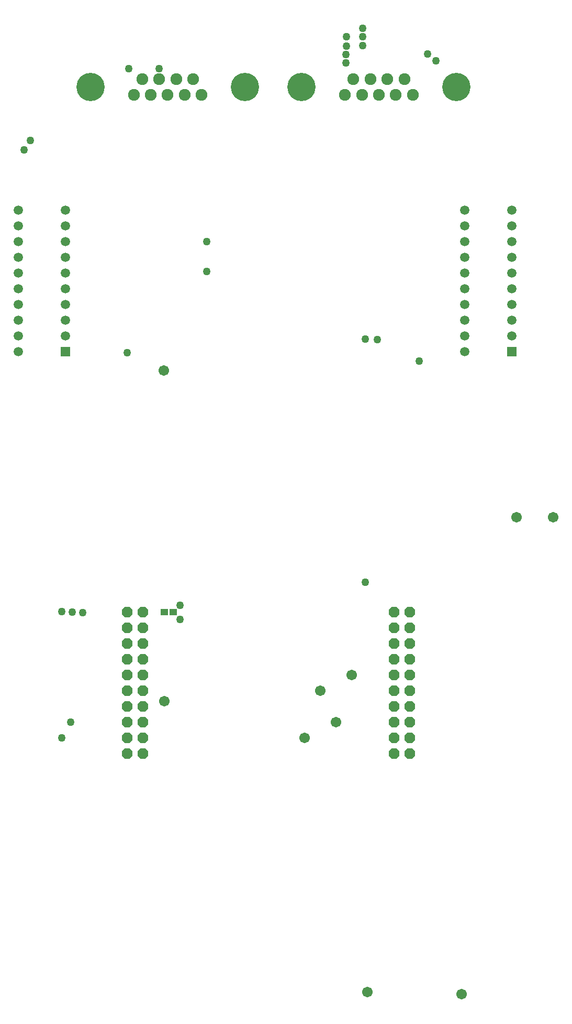
<source format=gbr>
G04 EAGLE Gerber RS-274X export*
G75*
%MOMM*%
%FSLAX34Y34*%
%LPD*%
%INSoldermask Top*%
%IPPOS*%
%AMOC8*
5,1,8,0,0,1.08239X$1,22.5*%
G01*
%ADD10P,1.852186X8X292.500000*%
%ADD11R,1.498600X1.498600*%
%ADD12C,1.498600*%
%ADD13R,1.153200X1.133200*%
%ADD14C,1.917700*%
%ADD15C,4.572000*%
%ADD16C,1.259600*%
%ADD17C,1.703200*%


D10*
X-234950Y-41910D03*
X-260350Y-41910D03*
X-234950Y-67310D03*
X-260350Y-67310D03*
X-234950Y-92710D03*
X-260350Y-92710D03*
X-234950Y-118110D03*
X-260350Y-118110D03*
X-234950Y-143510D03*
X-260350Y-143510D03*
X-234950Y-168910D03*
X-260350Y-168910D03*
X-234950Y-194310D03*
X-260350Y-194310D03*
X-234950Y-219710D03*
X-260350Y-219710D03*
X-234950Y-245110D03*
X-260350Y-245110D03*
X-234950Y-270510D03*
X-260350Y-270510D03*
X196850Y-41910D03*
X171450Y-41910D03*
X196850Y-67310D03*
X171450Y-67310D03*
X196850Y-92710D03*
X171450Y-92710D03*
X196850Y-118110D03*
X171450Y-118110D03*
X196850Y-143510D03*
X171450Y-143510D03*
X196850Y-168910D03*
X171450Y-168910D03*
X196850Y-194310D03*
X171450Y-194310D03*
X196850Y-219710D03*
X171450Y-219710D03*
X196850Y-245110D03*
X171450Y-245110D03*
X196850Y-270510D03*
X171450Y-270510D03*
D11*
X-360363Y379095D03*
D12*
X-360363Y404495D03*
X-360363Y429895D03*
X-360363Y455295D03*
X-360363Y480695D03*
X-360363Y506095D03*
X-360363Y531495D03*
X-360363Y556895D03*
X-360363Y582295D03*
X-360363Y607695D03*
X-436563Y607695D03*
X-436563Y582295D03*
X-436563Y556895D03*
X-436563Y531495D03*
X-436563Y506095D03*
X-436563Y480695D03*
X-436563Y455295D03*
X-436563Y429895D03*
X-436563Y404495D03*
X-436563Y379095D03*
D11*
X362268Y379095D03*
D12*
X362268Y404495D03*
X362268Y429895D03*
X362268Y455295D03*
X362268Y480695D03*
X362268Y506095D03*
X362268Y531495D03*
X362268Y556895D03*
X362268Y582295D03*
X362268Y607695D03*
X286068Y607695D03*
X286068Y582295D03*
X286068Y556895D03*
X286068Y531495D03*
X286068Y506095D03*
X286068Y480695D03*
X286068Y455295D03*
X286068Y429895D03*
X286068Y404495D03*
X286068Y379095D03*
D13*
X-200420Y-41910D03*
X-185660Y-41910D03*
D14*
X201676Y794170D03*
X187960Y819570D03*
X174244Y794170D03*
X160528Y819570D03*
X146812Y794170D03*
X133096Y819570D03*
X119380Y794170D03*
X105664Y819570D03*
X92202Y794170D03*
D15*
X271780Y806870D03*
X21844Y806870D03*
D14*
X-140018Y794043D03*
X-153734Y819443D03*
X-167450Y794043D03*
X-181166Y819443D03*
X-194882Y794043D03*
X-208598Y819443D03*
X-222314Y794043D03*
X-236030Y819443D03*
X-249492Y794043D03*
D15*
X-69914Y806743D03*
X-319850Y806743D03*
D16*
X-260350Y377508D03*
X211773Y363855D03*
D17*
X280670Y-659130D03*
X-200978Y348615D03*
X-200660Y-185420D03*
D16*
X-349250Y-41275D03*
X-351790Y-219710D03*
X-366395Y-40958D03*
X-366395Y-245110D03*
X-332423Y-42228D03*
X-131763Y508635D03*
X-131763Y556895D03*
X144145Y398780D03*
X125095Y6350D03*
X124778Y399415D03*
D17*
X26670Y-245110D03*
X52070Y-168910D03*
X77724Y-219710D03*
X102870Y-143510D03*
X369570Y111443D03*
X428625Y111760D03*
X128270Y-655320D03*
D16*
X-174562Y-30798D03*
X-174625Y-53023D03*
X-427038Y705485D03*
X-416878Y720090D03*
X-208598Y836295D03*
X-257493Y836295D03*
X93853Y859409D03*
X93917Y846011D03*
X239332Y848868D03*
X225362Y860362D03*
X120968Y873760D03*
X94298Y873125D03*
X120968Y887730D03*
X94298Y887730D03*
X120968Y901700D03*
M02*

</source>
